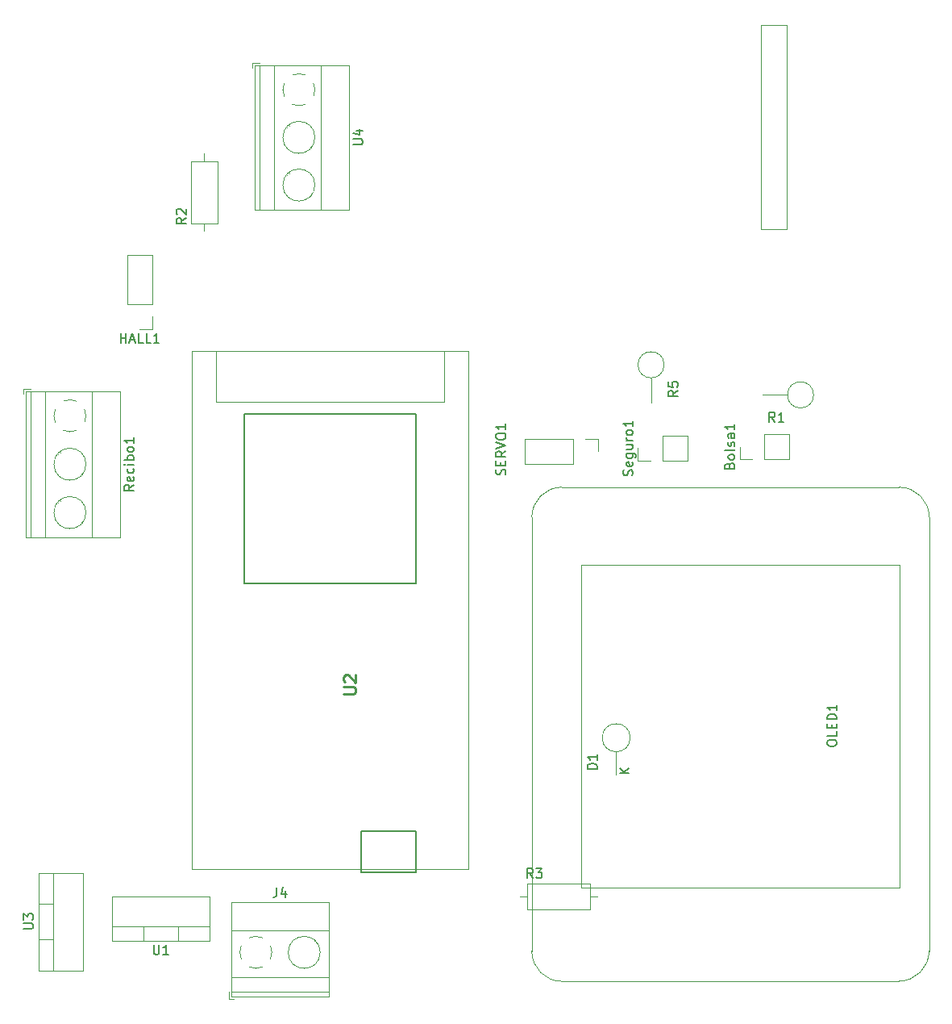
<source format=gbr>
%TF.GenerationSoftware,KiCad,Pcbnew,(5.1.12)-1*%
%TF.CreationDate,2023-10-31T12:09:21-05:00*%
%TF.ProjectId,Logiplant,4c6f6769-706c-4616-9e74-2e6b69636164,rev?*%
%TF.SameCoordinates,Original*%
%TF.FileFunction,Legend,Top*%
%TF.FilePolarity,Positive*%
%FSLAX46Y46*%
G04 Gerber Fmt 4.6, Leading zero omitted, Abs format (unit mm)*
G04 Created by KiCad (PCBNEW (5.1.12)-1) date 2023-10-31 12:09:21*
%MOMM*%
%LPD*%
G01*
G04 APERTURE LIST*
%ADD10C,0.120000*%
%ADD11C,0.100000*%
%ADD12C,0.200000*%
%ADD13C,0.150000*%
%ADD14C,0.254000*%
G04 APERTURE END LIST*
D10*
%TO.C,R3*%
X-78040000Y-178420000D02*
X-78040000Y-181160000D01*
X-78040000Y-181160000D02*
X-71500000Y-181160000D01*
X-71500000Y-181160000D02*
X-71500000Y-178420000D01*
X-71500000Y-178420000D02*
X-78040000Y-178420000D01*
X-78810000Y-179790000D02*
X-78040000Y-179790000D01*
X-70730000Y-179790000D02*
X-71500000Y-179790000D01*
%TO.C,R2*%
X-113370000Y-109180000D02*
X-110630000Y-109180000D01*
X-110630000Y-109180000D02*
X-110630000Y-102640000D01*
X-110630000Y-102640000D02*
X-113370000Y-102640000D01*
X-113370000Y-102640000D02*
X-113370000Y-109180000D01*
X-112000000Y-109950000D02*
X-112000000Y-109180000D01*
X-112000000Y-101870000D02*
X-112000000Y-102640000D01*
%TO.C,Recibo1*%
X-131010000Y-126530000D02*
X-131010000Y-127030000D01*
X-130270000Y-126530000D02*
X-131010000Y-126530000D01*
X-127133000Y-138303000D02*
X-127179000Y-138256000D01*
X-124835000Y-140600000D02*
X-124871000Y-140565000D01*
X-127349000Y-138496000D02*
X-127384000Y-138461000D01*
X-125041000Y-140805000D02*
X-125087000Y-140758000D01*
X-127133000Y-133223000D02*
X-127179000Y-133176000D01*
X-124835000Y-135520000D02*
X-124871000Y-135485000D01*
X-127349000Y-133416000D02*
X-127384000Y-133381000D01*
X-125041000Y-135725000D02*
X-125087000Y-135678000D01*
X-120849000Y-142130000D02*
X-130770000Y-142130000D01*
X-120849000Y-126770000D02*
X-130770000Y-126770000D01*
X-130770000Y-126770000D02*
X-130770000Y-142130000D01*
X-120849000Y-126770000D02*
X-120849000Y-142130000D01*
X-123809000Y-126770000D02*
X-123809000Y-142130000D01*
X-128710000Y-126770000D02*
X-128710000Y-142130000D01*
X-130210000Y-126770000D02*
X-130210000Y-142130000D01*
X-124430000Y-139530000D02*
G75*
G03*
X-124430000Y-139530000I-1680000J0D01*
G01*
X-124430000Y-134450000D02*
G75*
G03*
X-124430000Y-134450000I-1680000J0D01*
G01*
X-127790253Y-129398805D02*
G75*
G02*
X-127645000Y-128686000I1680253J28805D01*
G01*
X-126793042Y-127834574D02*
G75*
G02*
X-125426000Y-127835000I683042J-1535426D01*
G01*
X-124574574Y-128686958D02*
G75*
G02*
X-124575000Y-130054000I-1535426J-683042D01*
G01*
X-125426958Y-130905426D02*
G75*
G02*
X-126794000Y-130905000I-683042J1535426D01*
G01*
X-127644756Y-130053318D02*
G75*
G02*
X-127790000Y-129370000I1534756J683318D01*
G01*
%TO.C,U4*%
X-106960000Y-92360000D02*
X-106960000Y-92860000D01*
X-106220000Y-92360000D02*
X-106960000Y-92360000D01*
X-103083000Y-103933000D02*
X-103129000Y-103886000D01*
X-100785000Y-106230000D02*
X-100821000Y-106195000D01*
X-103299000Y-104126000D02*
X-103334000Y-104091000D01*
X-100991000Y-106435000D02*
X-101037000Y-106388000D01*
X-103083000Y-98933000D02*
X-103129000Y-98886000D01*
X-100785000Y-101230000D02*
X-100821000Y-101195000D01*
X-103299000Y-99126000D02*
X-103334000Y-99091000D01*
X-100991000Y-101435000D02*
X-101037000Y-101388000D01*
X-96799000Y-107720000D02*
X-106720000Y-107720000D01*
X-96799000Y-92600000D02*
X-106720000Y-92600000D01*
X-106720000Y-92600000D02*
X-106720000Y-107720000D01*
X-96799000Y-92600000D02*
X-96799000Y-107720000D01*
X-99759000Y-92600000D02*
X-99759000Y-107720000D01*
X-104660000Y-92600000D02*
X-104660000Y-107720000D01*
X-106160000Y-92600000D02*
X-106160000Y-107720000D01*
X-100380000Y-105160000D02*
G75*
G03*
X-100380000Y-105160000I-1680000J0D01*
G01*
X-100380000Y-100160000D02*
G75*
G03*
X-100380000Y-100160000I-1680000J0D01*
G01*
X-53490000Y-88360000D02*
X-50830000Y-88360000D01*
X-53490000Y-88360000D02*
X-53490000Y-109760000D01*
X-53490000Y-109760000D02*
X-50830000Y-109760000D01*
X-50830000Y-88360000D02*
X-50830000Y-109760000D01*
X-103740253Y-95188805D02*
G75*
G02*
X-103595000Y-94476000I1680253J28805D01*
G01*
X-102743042Y-93624574D02*
G75*
G02*
X-101376000Y-93625000I683042J-1535426D01*
G01*
X-100524574Y-94476958D02*
G75*
G02*
X-100525000Y-95844000I-1535426J-683042D01*
G01*
X-101376958Y-96695426D02*
G75*
G02*
X-102744000Y-96695000I-683042J1535426D01*
G01*
X-103594756Y-95843318D02*
G75*
G02*
X-103740000Y-95160000I1534756J683318D01*
G01*
%TO.C,U3*%
X-129410000Y-180589000D02*
X-127900000Y-180589000D01*
X-129410000Y-184290000D02*
X-127900000Y-184290000D01*
X-127900000Y-187560000D02*
X-127900000Y-177320000D01*
X-129410000Y-177320000D02*
X-124769000Y-177320000D01*
X-129410000Y-187560000D02*
X-124769000Y-187560000D01*
X-124769000Y-187560000D02*
X-124769000Y-177320000D01*
X-129410000Y-187560000D02*
X-129410000Y-177320000D01*
%TO.C,U1*%
X-118401000Y-184440000D02*
X-118401000Y-182930000D01*
X-114700000Y-184440000D02*
X-114700000Y-182930000D01*
X-111430000Y-182930000D02*
X-121670000Y-182930000D01*
X-121670000Y-184440000D02*
X-121670000Y-179799000D01*
X-111430000Y-184440000D02*
X-111430000Y-179799000D01*
X-111430000Y-179799000D02*
X-121670000Y-179799000D01*
X-111430000Y-184440000D02*
X-121670000Y-184440000D01*
%TO.C,OLED1*%
X-38932000Y-178860000D02*
X-38932000Y-145030000D01*
X-72392000Y-145030000D02*
X-38932000Y-145030000D01*
X-72392000Y-178860000D02*
X-38932000Y-178860000D01*
X-72392000Y-178860000D02*
X-72392000Y-145030000D01*
X-77600000Y-185550000D02*
X-77598000Y-140018000D01*
X-74440000Y-136860000D02*
X-39010000Y-136860000D01*
X-35852000Y-140018000D02*
X-35872000Y-185532000D01*
X-39030000Y-188690000D02*
X-74442000Y-188708000D01*
X-39030000Y-188690000D02*
G75*
G03*
X-35872000Y-185532000I0J3158000D01*
G01*
X-39010000Y-136860000D02*
G75*
G02*
X-35852000Y-140018000I0J-3158000D01*
G01*
X-74442000Y-188708000D02*
G75*
G02*
X-77600000Y-185550000I0J3158000D01*
G01*
X-74440000Y-136860000D02*
G75*
G03*
X-77598000Y-140018000I0J-3158000D01*
G01*
%TO.C,R5*%
X-65070000Y-125390000D02*
X-65070000Y-128000000D01*
X-63700000Y-124020000D02*
G75*
G03*
X-63700000Y-124020000I-1370000J0D01*
G01*
%TO.C,R1*%
X-50740000Y-127180000D02*
X-53350000Y-127180000D01*
X-48000000Y-127180000D02*
G75*
G03*
X-48000000Y-127180000I-1370000J0D01*
G01*
%TO.C,U2*%
X-86760000Y-127880000D02*
X-86760000Y-122580000D01*
X-110760000Y-127880000D02*
X-86760000Y-127880000D01*
X-110760000Y-122580000D02*
X-110760000Y-127880000D01*
D11*
X-113260000Y-176970000D02*
X-113260000Y-122570000D01*
X-113260000Y-122570000D02*
X-84260000Y-122570000D01*
X-84260000Y-122570000D02*
X-84260000Y-176970000D01*
X-84260000Y-176970000D02*
X-113260000Y-176970000D01*
D12*
X-107760000Y-146960000D02*
X-89760000Y-146960000D01*
X-89760000Y-146960000D02*
X-89760000Y-129180000D01*
X-89760000Y-129180000D02*
X-107760000Y-129180000D01*
X-107760000Y-129180000D02*
X-107760000Y-146960000D01*
X-95561000Y-177280000D02*
X-89755000Y-177280000D01*
X-89755000Y-177280000D02*
X-89755000Y-172958000D01*
X-89755000Y-172958000D02*
X-95561000Y-172958000D01*
X-95561000Y-172958000D02*
X-95561000Y-177280000D01*
D10*
%TO.C,SERVO1*%
X-78360000Y-131770000D02*
X-78360000Y-134430000D01*
X-73220000Y-131770000D02*
X-78360000Y-131770000D01*
X-73220000Y-134430000D02*
X-78360000Y-134430000D01*
X-73220000Y-131770000D02*
X-73220000Y-134430000D01*
X-71950000Y-131770000D02*
X-70620000Y-131770000D01*
X-70620000Y-131770000D02*
X-70620000Y-133100000D01*
%TO.C,Seguro1*%
X-61240000Y-134100000D02*
X-61240000Y-131440000D01*
X-63840000Y-134100000D02*
X-61240000Y-134100000D01*
X-63840000Y-131440000D02*
X-61240000Y-131440000D01*
X-63840000Y-134100000D02*
X-63840000Y-131440000D01*
X-65110000Y-134100000D02*
X-66440000Y-134100000D01*
X-66440000Y-134100000D02*
X-66440000Y-132770000D01*
%TO.C,HALL1*%
X-117450000Y-112520000D02*
X-120110000Y-112520000D01*
X-117450000Y-117660000D02*
X-117450000Y-112520000D01*
X-120110000Y-117660000D02*
X-120110000Y-112520000D01*
X-117450000Y-117660000D02*
X-120110000Y-117660000D01*
X-117450000Y-118930000D02*
X-117450000Y-120260000D01*
X-117450000Y-120260000D02*
X-118780000Y-120260000D01*
%TO.C,Bolsa1*%
X-50550000Y-133940000D02*
X-50550000Y-131280000D01*
X-53150000Y-133940000D02*
X-50550000Y-133940000D01*
X-53150000Y-131280000D02*
X-50550000Y-131280000D01*
X-53150000Y-133940000D02*
X-53150000Y-131280000D01*
X-54420000Y-133940000D02*
X-55750000Y-133940000D01*
X-55750000Y-133940000D02*
X-55750000Y-132610000D01*
%TO.C,J4*%
X-99820000Y-185670000D02*
G75*
G03*
X-99820000Y-185670000I-1680000J0D01*
G01*
X-109180000Y-189770000D02*
X-98900000Y-189770000D01*
X-109180000Y-188270000D02*
X-98900000Y-188270000D01*
X-109180000Y-183369000D02*
X-98900000Y-183369000D01*
X-109180000Y-180409000D02*
X-98900000Y-180409000D01*
X-109180000Y-190330000D02*
X-98900000Y-190330000D01*
X-109180000Y-180409000D02*
X-109180000Y-190330000D01*
X-98900000Y-180409000D02*
X-98900000Y-190330000D01*
X-100225000Y-184601000D02*
X-100272000Y-184647000D01*
X-102534000Y-186909000D02*
X-102569000Y-186944000D01*
X-100430000Y-184395000D02*
X-100465000Y-184431000D01*
X-102727000Y-186693000D02*
X-102774000Y-186739000D01*
X-109420000Y-189830000D02*
X-109420000Y-190570000D01*
X-109420000Y-190570000D02*
X-108920000Y-190570000D01*
X-106551195Y-187350253D02*
G75*
G02*
X-107264000Y-187205000I-28805J1680253D01*
G01*
X-108115426Y-186353042D02*
G75*
G02*
X-108115000Y-184986000I1535426J683042D01*
G01*
X-107263042Y-184134574D02*
G75*
G02*
X-105896000Y-184135000I683042J-1535426D01*
G01*
X-105044574Y-184986958D02*
G75*
G02*
X-105045000Y-186354000I-1535426J-683042D01*
G01*
X-105896682Y-187204756D02*
G75*
G02*
X-106580000Y-187350000I-683318J1534756D01*
G01*
%TO.C,D1*%
X-67260000Y-163150000D02*
G75*
G03*
X-67260000Y-163150000I-1470000J0D01*
G01*
X-68730000Y-164620000D02*
X-68730000Y-167030000D01*
%TO.C,R3*%
D13*
X-77476666Y-177872380D02*
X-77810000Y-177396190D01*
X-78048095Y-177872380D02*
X-78048095Y-176872380D01*
X-77667142Y-176872380D01*
X-77571904Y-176920000D01*
X-77524285Y-176967619D01*
X-77476666Y-177062857D01*
X-77476666Y-177205714D01*
X-77524285Y-177300952D01*
X-77571904Y-177348571D01*
X-77667142Y-177396190D01*
X-78048095Y-177396190D01*
X-77143333Y-176872380D02*
X-76524285Y-176872380D01*
X-76857619Y-177253333D01*
X-76714761Y-177253333D01*
X-76619523Y-177300952D01*
X-76571904Y-177348571D01*
X-76524285Y-177443809D01*
X-76524285Y-177681904D01*
X-76571904Y-177777142D01*
X-76619523Y-177824761D01*
X-76714761Y-177872380D01*
X-77000476Y-177872380D01*
X-77095714Y-177824761D01*
X-77143333Y-177777142D01*
%TO.C,R2*%
X-113917619Y-108616666D02*
X-114393809Y-108950000D01*
X-113917619Y-109188095D02*
X-114917619Y-109188095D01*
X-114917619Y-108807142D01*
X-114870000Y-108711904D01*
X-114822380Y-108664285D01*
X-114727142Y-108616666D01*
X-114584285Y-108616666D01*
X-114489047Y-108664285D01*
X-114441428Y-108711904D01*
X-114393809Y-108807142D01*
X-114393809Y-109188095D01*
X-114822380Y-108235714D02*
X-114870000Y-108188095D01*
X-114917619Y-108092857D01*
X-114917619Y-107854761D01*
X-114870000Y-107759523D01*
X-114822380Y-107711904D01*
X-114727142Y-107664285D01*
X-114631904Y-107664285D01*
X-114489047Y-107711904D01*
X-113917619Y-108283333D01*
X-113917619Y-107664285D01*
%TO.C,Recibo1*%
X-119397619Y-136616666D02*
X-119873809Y-136950000D01*
X-119397619Y-137188095D02*
X-120397619Y-137188095D01*
X-120397619Y-136807142D01*
X-120350000Y-136711904D01*
X-120302380Y-136664285D01*
X-120207142Y-136616666D01*
X-120064285Y-136616666D01*
X-119969047Y-136664285D01*
X-119921428Y-136711904D01*
X-119873809Y-136807142D01*
X-119873809Y-137188095D01*
X-119445238Y-135807142D02*
X-119397619Y-135902380D01*
X-119397619Y-136092857D01*
X-119445238Y-136188095D01*
X-119540476Y-136235714D01*
X-119921428Y-136235714D01*
X-120016666Y-136188095D01*
X-120064285Y-136092857D01*
X-120064285Y-135902380D01*
X-120016666Y-135807142D01*
X-119921428Y-135759523D01*
X-119826190Y-135759523D01*
X-119730952Y-136235714D01*
X-119445238Y-134902380D02*
X-119397619Y-134997619D01*
X-119397619Y-135188095D01*
X-119445238Y-135283333D01*
X-119492857Y-135330952D01*
X-119588095Y-135378571D01*
X-119873809Y-135378571D01*
X-119969047Y-135330952D01*
X-120016666Y-135283333D01*
X-120064285Y-135188095D01*
X-120064285Y-134997619D01*
X-120016666Y-134902380D01*
X-119397619Y-134473809D02*
X-120064285Y-134473809D01*
X-120397619Y-134473809D02*
X-120350000Y-134521428D01*
X-120302380Y-134473809D01*
X-120350000Y-134426190D01*
X-120397619Y-134473809D01*
X-120302380Y-134473809D01*
X-119397619Y-133997619D02*
X-120397619Y-133997619D01*
X-120016666Y-133997619D02*
X-120064285Y-133902380D01*
X-120064285Y-133711904D01*
X-120016666Y-133616666D01*
X-119969047Y-133569047D01*
X-119873809Y-133521428D01*
X-119588095Y-133521428D01*
X-119492857Y-133569047D01*
X-119445238Y-133616666D01*
X-119397619Y-133711904D01*
X-119397619Y-133902380D01*
X-119445238Y-133997619D01*
X-119397619Y-132950000D02*
X-119445238Y-133045238D01*
X-119492857Y-133092857D01*
X-119588095Y-133140476D01*
X-119873809Y-133140476D01*
X-119969047Y-133092857D01*
X-120016666Y-133045238D01*
X-120064285Y-132950000D01*
X-120064285Y-132807142D01*
X-120016666Y-132711904D01*
X-119969047Y-132664285D01*
X-119873809Y-132616666D01*
X-119588095Y-132616666D01*
X-119492857Y-132664285D01*
X-119445238Y-132711904D01*
X-119397619Y-132807142D01*
X-119397619Y-132950000D01*
X-119397619Y-131664285D02*
X-119397619Y-132235714D01*
X-119397619Y-131950000D02*
X-120397619Y-131950000D01*
X-120254761Y-132045238D01*
X-120159523Y-132140476D01*
X-120111904Y-132235714D01*
%TO.C,U4*%
X-96347619Y-100921904D02*
X-95538095Y-100921904D01*
X-95442857Y-100874285D01*
X-95395238Y-100826666D01*
X-95347619Y-100731428D01*
X-95347619Y-100540952D01*
X-95395238Y-100445714D01*
X-95442857Y-100398095D01*
X-95538095Y-100350476D01*
X-96347619Y-100350476D01*
X-96014285Y-99445714D02*
X-95347619Y-99445714D01*
X-96395238Y-99683809D02*
X-95680952Y-99921904D01*
X-95680952Y-99302857D01*
%TO.C,U3*%
X-130957619Y-183201904D02*
X-130148095Y-183201904D01*
X-130052857Y-183154285D01*
X-130005238Y-183106666D01*
X-129957619Y-183011428D01*
X-129957619Y-182820952D01*
X-130005238Y-182725714D01*
X-130052857Y-182678095D01*
X-130148095Y-182630476D01*
X-130957619Y-182630476D01*
X-130957619Y-182249523D02*
X-130957619Y-181630476D01*
X-130576666Y-181963809D01*
X-130576666Y-181820952D01*
X-130529047Y-181725714D01*
X-130481428Y-181678095D01*
X-130386190Y-181630476D01*
X-130148095Y-181630476D01*
X-130052857Y-181678095D01*
X-130005238Y-181725714D01*
X-129957619Y-181820952D01*
X-129957619Y-182106666D01*
X-130005238Y-182201904D01*
X-130052857Y-182249523D01*
%TO.C,U1*%
X-117311904Y-184892380D02*
X-117311904Y-185701904D01*
X-117264285Y-185797142D01*
X-117216666Y-185844761D01*
X-117121428Y-185892380D01*
X-116930952Y-185892380D01*
X-116835714Y-185844761D01*
X-116788095Y-185797142D01*
X-116740476Y-185701904D01*
X-116740476Y-184892380D01*
X-115740476Y-185892380D02*
X-116311904Y-185892380D01*
X-116026190Y-185892380D02*
X-116026190Y-184892380D01*
X-116121428Y-185035238D01*
X-116216666Y-185130476D01*
X-116311904Y-185178095D01*
%TO.C,OLED1*%
X-46567619Y-163798571D02*
X-46567619Y-163608095D01*
X-46520000Y-163512857D01*
X-46424761Y-163417619D01*
X-46234285Y-163370000D01*
X-45900952Y-163370000D01*
X-45710476Y-163417619D01*
X-45615238Y-163512857D01*
X-45567619Y-163608095D01*
X-45567619Y-163798571D01*
X-45615238Y-163893809D01*
X-45710476Y-163989047D01*
X-45900952Y-164036666D01*
X-46234285Y-164036666D01*
X-46424761Y-163989047D01*
X-46520000Y-163893809D01*
X-46567619Y-163798571D01*
X-45567619Y-162465238D02*
X-45567619Y-162941428D01*
X-46567619Y-162941428D01*
X-46091428Y-162131904D02*
X-46091428Y-161798571D01*
X-45567619Y-161655714D02*
X-45567619Y-162131904D01*
X-46567619Y-162131904D01*
X-46567619Y-161655714D01*
X-45567619Y-161227142D02*
X-46567619Y-161227142D01*
X-46567619Y-160989047D01*
X-46520000Y-160846190D01*
X-46424761Y-160750952D01*
X-46329523Y-160703333D01*
X-46139047Y-160655714D01*
X-45996190Y-160655714D01*
X-45805714Y-160703333D01*
X-45710476Y-160750952D01*
X-45615238Y-160846190D01*
X-45567619Y-160989047D01*
X-45567619Y-161227142D01*
X-45567619Y-159703333D02*
X-45567619Y-160274761D01*
X-45567619Y-159989047D02*
X-46567619Y-159989047D01*
X-46424761Y-160084285D01*
X-46329523Y-160179523D01*
X-46281904Y-160274761D01*
%TO.C,R5*%
X-62247619Y-126726666D02*
X-62723809Y-127060000D01*
X-62247619Y-127298095D02*
X-63247619Y-127298095D01*
X-63247619Y-126917142D01*
X-63200000Y-126821904D01*
X-63152380Y-126774285D01*
X-63057142Y-126726666D01*
X-62914285Y-126726666D01*
X-62819047Y-126774285D01*
X-62771428Y-126821904D01*
X-62723809Y-126917142D01*
X-62723809Y-127298095D01*
X-63247619Y-125821904D02*
X-63247619Y-126298095D01*
X-62771428Y-126345714D01*
X-62819047Y-126298095D01*
X-62866666Y-126202857D01*
X-62866666Y-125964761D01*
X-62819047Y-125869523D01*
X-62771428Y-125821904D01*
X-62676190Y-125774285D01*
X-62438095Y-125774285D01*
X-62342857Y-125821904D01*
X-62295238Y-125869523D01*
X-62247619Y-125964761D01*
X-62247619Y-126202857D01*
X-62295238Y-126298095D01*
X-62342857Y-126345714D01*
%TO.C,R1*%
X-52076666Y-130002380D02*
X-52410000Y-129526190D01*
X-52648095Y-130002380D02*
X-52648095Y-129002380D01*
X-52267142Y-129002380D01*
X-52171904Y-129050000D01*
X-52124285Y-129097619D01*
X-52076666Y-129192857D01*
X-52076666Y-129335714D01*
X-52124285Y-129430952D01*
X-52171904Y-129478571D01*
X-52267142Y-129526190D01*
X-52648095Y-129526190D01*
X-51124285Y-130002380D02*
X-51695714Y-130002380D01*
X-51410000Y-130002380D02*
X-51410000Y-129002380D01*
X-51505238Y-129145238D01*
X-51600476Y-129240476D01*
X-51695714Y-129288095D01*
%TO.C,U2*%
D14*
X-97355476Y-158547619D02*
X-96327380Y-158547619D01*
X-96206428Y-158487142D01*
X-96145952Y-158426666D01*
X-96085476Y-158305714D01*
X-96085476Y-158063809D01*
X-96145952Y-157942857D01*
X-96206428Y-157882380D01*
X-96327380Y-157821904D01*
X-97355476Y-157821904D01*
X-97234523Y-157277619D02*
X-97295000Y-157217142D01*
X-97355476Y-157096190D01*
X-97355476Y-156793809D01*
X-97295000Y-156672857D01*
X-97234523Y-156612380D01*
X-97113571Y-156551904D01*
X-96992619Y-156551904D01*
X-96811190Y-156612380D01*
X-96085476Y-157338095D01*
X-96085476Y-156551904D01*
%TO.C,SERVO1*%
D13*
X-80395238Y-135566666D02*
X-80347619Y-135423809D01*
X-80347619Y-135185714D01*
X-80395238Y-135090476D01*
X-80442857Y-135042857D01*
X-80538095Y-134995238D01*
X-80633333Y-134995238D01*
X-80728571Y-135042857D01*
X-80776190Y-135090476D01*
X-80823809Y-135185714D01*
X-80871428Y-135376190D01*
X-80919047Y-135471428D01*
X-80966666Y-135519047D01*
X-81061904Y-135566666D01*
X-81157142Y-135566666D01*
X-81252380Y-135519047D01*
X-81300000Y-135471428D01*
X-81347619Y-135376190D01*
X-81347619Y-135138095D01*
X-81300000Y-134995238D01*
X-80871428Y-134566666D02*
X-80871428Y-134233333D01*
X-80347619Y-134090476D02*
X-80347619Y-134566666D01*
X-81347619Y-134566666D01*
X-81347619Y-134090476D01*
X-80347619Y-133090476D02*
X-80823809Y-133423809D01*
X-80347619Y-133661904D02*
X-81347619Y-133661904D01*
X-81347619Y-133280952D01*
X-81300000Y-133185714D01*
X-81252380Y-133138095D01*
X-81157142Y-133090476D01*
X-81014285Y-133090476D01*
X-80919047Y-133138095D01*
X-80871428Y-133185714D01*
X-80823809Y-133280952D01*
X-80823809Y-133661904D01*
X-81347619Y-132804761D02*
X-80347619Y-132471428D01*
X-81347619Y-132138095D01*
X-81347619Y-131614285D02*
X-81347619Y-131423809D01*
X-81300000Y-131328571D01*
X-81204761Y-131233333D01*
X-81014285Y-131185714D01*
X-80680952Y-131185714D01*
X-80490476Y-131233333D01*
X-80395238Y-131328571D01*
X-80347619Y-131423809D01*
X-80347619Y-131614285D01*
X-80395238Y-131709523D01*
X-80490476Y-131804761D01*
X-80680952Y-131852380D01*
X-81014285Y-131852380D01*
X-81204761Y-131804761D01*
X-81300000Y-131709523D01*
X-81347619Y-131614285D01*
X-80347619Y-130233333D02*
X-80347619Y-130804761D01*
X-80347619Y-130519047D02*
X-81347619Y-130519047D01*
X-81204761Y-130614285D01*
X-81109523Y-130709523D01*
X-81061904Y-130804761D01*
%TO.C,Seguro1*%
X-67035238Y-135627142D02*
X-66987619Y-135484285D01*
X-66987619Y-135246190D01*
X-67035238Y-135150952D01*
X-67082857Y-135103333D01*
X-67178095Y-135055714D01*
X-67273333Y-135055714D01*
X-67368571Y-135103333D01*
X-67416190Y-135150952D01*
X-67463809Y-135246190D01*
X-67511428Y-135436666D01*
X-67559047Y-135531904D01*
X-67606666Y-135579523D01*
X-67701904Y-135627142D01*
X-67797142Y-135627142D01*
X-67892380Y-135579523D01*
X-67940000Y-135531904D01*
X-67987619Y-135436666D01*
X-67987619Y-135198571D01*
X-67940000Y-135055714D01*
X-67035238Y-134246190D02*
X-66987619Y-134341428D01*
X-66987619Y-134531904D01*
X-67035238Y-134627142D01*
X-67130476Y-134674761D01*
X-67511428Y-134674761D01*
X-67606666Y-134627142D01*
X-67654285Y-134531904D01*
X-67654285Y-134341428D01*
X-67606666Y-134246190D01*
X-67511428Y-134198571D01*
X-67416190Y-134198571D01*
X-67320952Y-134674761D01*
X-67654285Y-133341428D02*
X-66844761Y-133341428D01*
X-66749523Y-133389047D01*
X-66701904Y-133436666D01*
X-66654285Y-133531904D01*
X-66654285Y-133674761D01*
X-66701904Y-133770000D01*
X-67035238Y-133341428D02*
X-66987619Y-133436666D01*
X-66987619Y-133627142D01*
X-67035238Y-133722380D01*
X-67082857Y-133770000D01*
X-67178095Y-133817619D01*
X-67463809Y-133817619D01*
X-67559047Y-133770000D01*
X-67606666Y-133722380D01*
X-67654285Y-133627142D01*
X-67654285Y-133436666D01*
X-67606666Y-133341428D01*
X-67654285Y-132436666D02*
X-66987619Y-132436666D01*
X-67654285Y-132865238D02*
X-67130476Y-132865238D01*
X-67035238Y-132817619D01*
X-66987619Y-132722380D01*
X-66987619Y-132579523D01*
X-67035238Y-132484285D01*
X-67082857Y-132436666D01*
X-66987619Y-131960476D02*
X-67654285Y-131960476D01*
X-67463809Y-131960476D02*
X-67559047Y-131912857D01*
X-67606666Y-131865238D01*
X-67654285Y-131770000D01*
X-67654285Y-131674761D01*
X-66987619Y-131198571D02*
X-67035238Y-131293809D01*
X-67082857Y-131341428D01*
X-67178095Y-131389047D01*
X-67463809Y-131389047D01*
X-67559047Y-131341428D01*
X-67606666Y-131293809D01*
X-67654285Y-131198571D01*
X-67654285Y-131055714D01*
X-67606666Y-130960476D01*
X-67559047Y-130912857D01*
X-67463809Y-130865238D01*
X-67178095Y-130865238D01*
X-67082857Y-130912857D01*
X-67035238Y-130960476D01*
X-66987619Y-131055714D01*
X-66987619Y-131198571D01*
X-66987619Y-129912857D02*
X-66987619Y-130484285D01*
X-66987619Y-130198571D02*
X-67987619Y-130198571D01*
X-67844761Y-130293809D01*
X-67749523Y-130389047D01*
X-67701904Y-130484285D01*
%TO.C,HALL1*%
X-120780000Y-121712380D02*
X-120780000Y-120712380D01*
X-120780000Y-121188571D02*
X-120208571Y-121188571D01*
X-120208571Y-121712380D02*
X-120208571Y-120712380D01*
X-119780000Y-121426666D02*
X-119303809Y-121426666D01*
X-119875238Y-121712380D02*
X-119541904Y-120712380D01*
X-119208571Y-121712380D01*
X-118399047Y-121712380D02*
X-118875238Y-121712380D01*
X-118875238Y-120712380D01*
X-117589523Y-121712380D02*
X-118065714Y-121712380D01*
X-118065714Y-120712380D01*
X-116732380Y-121712380D02*
X-117303809Y-121712380D01*
X-117018095Y-121712380D02*
X-117018095Y-120712380D01*
X-117113333Y-120855238D01*
X-117208571Y-120950476D01*
X-117303809Y-120998095D01*
%TO.C,Bolsa1*%
X-56821428Y-134586190D02*
X-56773809Y-134443333D01*
X-56726190Y-134395714D01*
X-56630952Y-134348095D01*
X-56488095Y-134348095D01*
X-56392857Y-134395714D01*
X-56345238Y-134443333D01*
X-56297619Y-134538571D01*
X-56297619Y-134919523D01*
X-57297619Y-134919523D01*
X-57297619Y-134586190D01*
X-57250000Y-134490952D01*
X-57202380Y-134443333D01*
X-57107142Y-134395714D01*
X-57011904Y-134395714D01*
X-56916666Y-134443333D01*
X-56869047Y-134490952D01*
X-56821428Y-134586190D01*
X-56821428Y-134919523D01*
X-56297619Y-133776666D02*
X-56345238Y-133871904D01*
X-56392857Y-133919523D01*
X-56488095Y-133967142D01*
X-56773809Y-133967142D01*
X-56869047Y-133919523D01*
X-56916666Y-133871904D01*
X-56964285Y-133776666D01*
X-56964285Y-133633809D01*
X-56916666Y-133538571D01*
X-56869047Y-133490952D01*
X-56773809Y-133443333D01*
X-56488095Y-133443333D01*
X-56392857Y-133490952D01*
X-56345238Y-133538571D01*
X-56297619Y-133633809D01*
X-56297619Y-133776666D01*
X-56297619Y-132871904D02*
X-56345238Y-132967142D01*
X-56440476Y-133014761D01*
X-57297619Y-133014761D01*
X-56345238Y-132538571D02*
X-56297619Y-132443333D01*
X-56297619Y-132252857D01*
X-56345238Y-132157619D01*
X-56440476Y-132110000D01*
X-56488095Y-132110000D01*
X-56583333Y-132157619D01*
X-56630952Y-132252857D01*
X-56630952Y-132395714D01*
X-56678571Y-132490952D01*
X-56773809Y-132538571D01*
X-56821428Y-132538571D01*
X-56916666Y-132490952D01*
X-56964285Y-132395714D01*
X-56964285Y-132252857D01*
X-56916666Y-132157619D01*
X-56297619Y-131252857D02*
X-56821428Y-131252857D01*
X-56916666Y-131300476D01*
X-56964285Y-131395714D01*
X-56964285Y-131586190D01*
X-56916666Y-131681428D01*
X-56345238Y-131252857D02*
X-56297619Y-131348095D01*
X-56297619Y-131586190D01*
X-56345238Y-131681428D01*
X-56440476Y-131729047D01*
X-56535714Y-131729047D01*
X-56630952Y-131681428D01*
X-56678571Y-131586190D01*
X-56678571Y-131348095D01*
X-56726190Y-131252857D01*
X-56297619Y-130252857D02*
X-56297619Y-130824285D01*
X-56297619Y-130538571D02*
X-57297619Y-130538571D01*
X-57154761Y-130633809D01*
X-57059523Y-130729047D01*
X-57011904Y-130824285D01*
%TO.C,J4*%
X-104373333Y-178862380D02*
X-104373333Y-179576666D01*
X-104420952Y-179719523D01*
X-104516190Y-179814761D01*
X-104659047Y-179862380D01*
X-104754285Y-179862380D01*
X-103468571Y-179195714D02*
X-103468571Y-179862380D01*
X-103706666Y-178814761D02*
X-103944761Y-179529047D01*
X-103325714Y-179529047D01*
%TO.C,D1*%
X-70747619Y-166428095D02*
X-71747619Y-166428095D01*
X-71747619Y-166190000D01*
X-71700000Y-166047142D01*
X-71604761Y-165951904D01*
X-71509523Y-165904285D01*
X-71319047Y-165856666D01*
X-71176190Y-165856666D01*
X-70985714Y-165904285D01*
X-70890476Y-165951904D01*
X-70795238Y-166047142D01*
X-70747619Y-166190000D01*
X-70747619Y-166428095D01*
X-70747619Y-164904285D02*
X-70747619Y-165475714D01*
X-70747619Y-165190000D02*
X-71747619Y-165190000D01*
X-71604761Y-165285238D01*
X-71509523Y-165380476D01*
X-71461904Y-165475714D01*
X-67377619Y-166891904D02*
X-68377619Y-166891904D01*
X-67377619Y-166320476D02*
X-67949047Y-166749047D01*
X-68377619Y-166320476D02*
X-67806190Y-166891904D01*
%TD*%
M02*

</source>
